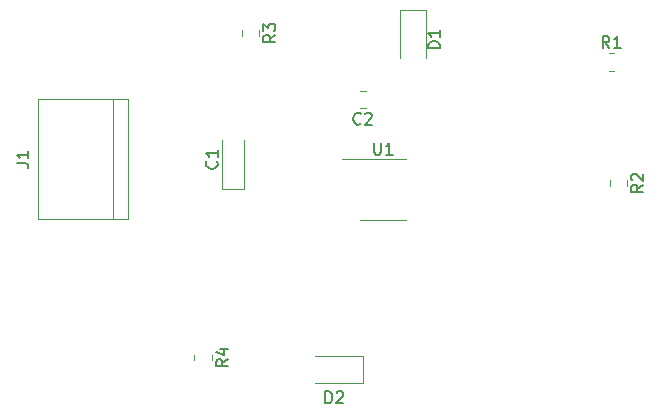
<source format=gbr>
%TF.GenerationSoftware,KiCad,Pcbnew,(6.0.10)*%
%TF.CreationDate,2023-02-17T09:21:36-08:00*%
%TF.ProjectId,Exercise2,45786572-6369-4736-9532-2e6b69636164,rev?*%
%TF.SameCoordinates,Original*%
%TF.FileFunction,Legend,Top*%
%TF.FilePolarity,Positive*%
%FSLAX46Y46*%
G04 Gerber Fmt 4.6, Leading zero omitted, Abs format (unit mm)*
G04 Created by KiCad (PCBNEW (6.0.10)) date 2023-02-17 09:21:36*
%MOMM*%
%LPD*%
G01*
G04 APERTURE LIST*
%ADD10C,0.150000*%
%ADD11C,0.120000*%
G04 APERTURE END LIST*
D10*
%TO.C,C2*%
X112408333Y-75697142D02*
X112360714Y-75744761D01*
X112217857Y-75792380D01*
X112122619Y-75792380D01*
X111979761Y-75744761D01*
X111884523Y-75649523D01*
X111836904Y-75554285D01*
X111789285Y-75363809D01*
X111789285Y-75220952D01*
X111836904Y-75030476D01*
X111884523Y-74935238D01*
X111979761Y-74840000D01*
X112122619Y-74792380D01*
X112217857Y-74792380D01*
X112360714Y-74840000D01*
X112408333Y-74887619D01*
X112789285Y-74887619D02*
X112836904Y-74840000D01*
X112932142Y-74792380D01*
X113170238Y-74792380D01*
X113265476Y-74840000D01*
X113313095Y-74887619D01*
X113360714Y-74982857D01*
X113360714Y-75078095D01*
X113313095Y-75220952D01*
X112741666Y-75792380D01*
X113360714Y-75792380D01*
%TO.C,R4*%
X101162380Y-95686666D02*
X100686190Y-96020000D01*
X101162380Y-96258095D02*
X100162380Y-96258095D01*
X100162380Y-95877142D01*
X100210000Y-95781904D01*
X100257619Y-95734285D01*
X100352857Y-95686666D01*
X100495714Y-95686666D01*
X100590952Y-95734285D01*
X100638571Y-95781904D01*
X100686190Y-95877142D01*
X100686190Y-96258095D01*
X100495714Y-94829523D02*
X101162380Y-94829523D01*
X100114761Y-95067619D02*
X100829047Y-95305714D01*
X100829047Y-94686666D01*
%TO.C,U1*%
X113538095Y-77332380D02*
X113538095Y-78141904D01*
X113585714Y-78237142D01*
X113633333Y-78284761D01*
X113728571Y-78332380D01*
X113919047Y-78332380D01*
X114014285Y-78284761D01*
X114061904Y-78237142D01*
X114109523Y-78141904D01*
X114109523Y-77332380D01*
X115109523Y-78332380D02*
X114538095Y-78332380D01*
X114823809Y-78332380D02*
X114823809Y-77332380D01*
X114728571Y-77475238D01*
X114633333Y-77570476D01*
X114538095Y-77618095D01*
%TO.C,R1*%
X133453333Y-69297380D02*
X133120000Y-68821190D01*
X132881904Y-69297380D02*
X132881904Y-68297380D01*
X133262857Y-68297380D01*
X133358095Y-68345000D01*
X133405714Y-68392619D01*
X133453333Y-68487857D01*
X133453333Y-68630714D01*
X133405714Y-68725952D01*
X133358095Y-68773571D01*
X133262857Y-68821190D01*
X132881904Y-68821190D01*
X134405714Y-69297380D02*
X133834285Y-69297380D01*
X134120000Y-69297380D02*
X134120000Y-68297380D01*
X134024761Y-68440238D01*
X133929523Y-68535476D01*
X133834285Y-68583095D01*
%TO.C,J1*%
X83272380Y-79073333D02*
X83986666Y-79073333D01*
X84129523Y-79120952D01*
X84224761Y-79216190D01*
X84272380Y-79359047D01*
X84272380Y-79454285D01*
X84272380Y-78073333D02*
X84272380Y-78644761D01*
X84272380Y-78359047D02*
X83272380Y-78359047D01*
X83415238Y-78454285D01*
X83510476Y-78549523D01*
X83558095Y-78644761D01*
%TO.C,D2*%
X109421904Y-99392380D02*
X109421904Y-98392380D01*
X109660000Y-98392380D01*
X109802857Y-98440000D01*
X109898095Y-98535238D01*
X109945714Y-98630476D01*
X109993333Y-98820952D01*
X109993333Y-98963809D01*
X109945714Y-99154285D01*
X109898095Y-99249523D01*
X109802857Y-99344761D01*
X109660000Y-99392380D01*
X109421904Y-99392380D01*
X110374285Y-98487619D02*
X110421904Y-98440000D01*
X110517142Y-98392380D01*
X110755238Y-98392380D01*
X110850476Y-98440000D01*
X110898095Y-98487619D01*
X110945714Y-98582857D01*
X110945714Y-98678095D01*
X110898095Y-98820952D01*
X110326666Y-99392380D01*
X110945714Y-99392380D01*
%TO.C,R3*%
X105172380Y-68206666D02*
X104696190Y-68540000D01*
X105172380Y-68778095D02*
X104172380Y-68778095D01*
X104172380Y-68397142D01*
X104220000Y-68301904D01*
X104267619Y-68254285D01*
X104362857Y-68206666D01*
X104505714Y-68206666D01*
X104600952Y-68254285D01*
X104648571Y-68301904D01*
X104696190Y-68397142D01*
X104696190Y-68778095D01*
X104172380Y-67873333D02*
X104172380Y-67254285D01*
X104553333Y-67587619D01*
X104553333Y-67444761D01*
X104600952Y-67349523D01*
X104648571Y-67301904D01*
X104743809Y-67254285D01*
X104981904Y-67254285D01*
X105077142Y-67301904D01*
X105124761Y-67349523D01*
X105172380Y-67444761D01*
X105172380Y-67730476D01*
X105124761Y-67825714D01*
X105077142Y-67873333D01*
%TO.C,C1*%
X100207142Y-78906666D02*
X100254761Y-78954285D01*
X100302380Y-79097142D01*
X100302380Y-79192380D01*
X100254761Y-79335238D01*
X100159523Y-79430476D01*
X100064285Y-79478095D01*
X99873809Y-79525714D01*
X99730952Y-79525714D01*
X99540476Y-79478095D01*
X99445238Y-79430476D01*
X99350000Y-79335238D01*
X99302380Y-79192380D01*
X99302380Y-79097142D01*
X99350000Y-78954285D01*
X99397619Y-78906666D01*
X100302380Y-77954285D02*
X100302380Y-78525714D01*
X100302380Y-78240000D02*
X99302380Y-78240000D01*
X99445238Y-78335238D01*
X99540476Y-78430476D01*
X99588095Y-78525714D01*
%TO.C,D1*%
X119112380Y-69318095D02*
X118112380Y-69318095D01*
X118112380Y-69080000D01*
X118160000Y-68937142D01*
X118255238Y-68841904D01*
X118350476Y-68794285D01*
X118540952Y-68746666D01*
X118683809Y-68746666D01*
X118874285Y-68794285D01*
X118969523Y-68841904D01*
X119064761Y-68937142D01*
X119112380Y-69080000D01*
X119112380Y-69318095D01*
X119112380Y-67794285D02*
X119112380Y-68365714D01*
X119112380Y-68080000D02*
X118112380Y-68080000D01*
X118255238Y-68175238D01*
X118350476Y-68270476D01*
X118398095Y-68365714D01*
%TO.C,R2*%
X136312380Y-80906666D02*
X135836190Y-81240000D01*
X136312380Y-81478095D02*
X135312380Y-81478095D01*
X135312380Y-81097142D01*
X135360000Y-81001904D01*
X135407619Y-80954285D01*
X135502857Y-80906666D01*
X135645714Y-80906666D01*
X135740952Y-80954285D01*
X135788571Y-81001904D01*
X135836190Y-81097142D01*
X135836190Y-81478095D01*
X135407619Y-80525714D02*
X135360000Y-80478095D01*
X135312380Y-80382857D01*
X135312380Y-80144761D01*
X135360000Y-80049523D01*
X135407619Y-80001904D01*
X135502857Y-79954285D01*
X135598095Y-79954285D01*
X135740952Y-80001904D01*
X136312380Y-80573333D01*
X136312380Y-79954285D01*
D11*
%TO.C,C2*%
X112836252Y-72925000D02*
X112313748Y-72925000D01*
X112836252Y-74395000D02*
X112313748Y-74395000D01*
%TO.C,R4*%
X99795000Y-95292936D02*
X99795000Y-95747064D01*
X98325000Y-95292936D02*
X98325000Y-95747064D01*
%TO.C,U1*%
X114300000Y-83840000D02*
X112350000Y-83840000D01*
X114300000Y-78720000D02*
X110850000Y-78720000D01*
X114300000Y-78720000D02*
X116250000Y-78720000D01*
X114300000Y-83840000D02*
X116250000Y-83840000D01*
%TO.C,R1*%
X133392936Y-71230000D02*
X133847064Y-71230000D01*
X133392936Y-69760000D02*
X133847064Y-69760000D01*
%TO.C,J1*%
X91440000Y-73660000D02*
X91440000Y-83820000D01*
X92710000Y-83820000D02*
X92710000Y-73660000D01*
X92710000Y-73660000D02*
X85090000Y-73660000D01*
X85090000Y-83820000D02*
X92710000Y-83820000D01*
X85090000Y-73660000D02*
X85090000Y-83820000D01*
%TO.C,D2*%
X108560000Y-97655000D02*
X112620000Y-97655000D01*
X112620000Y-95385000D02*
X108560000Y-95385000D01*
X112620000Y-97655000D02*
X112620000Y-95385000D01*
%TO.C,R3*%
X103805000Y-67812936D02*
X103805000Y-68267064D01*
X102335000Y-67812936D02*
X102335000Y-68267064D01*
%TO.C,C1*%
X100665000Y-81225000D02*
X102535000Y-81225000D01*
X100665000Y-77140000D02*
X100665000Y-81225000D01*
X102535000Y-81225000D02*
X102535000Y-77140000D01*
%TO.C,D1*%
X115705000Y-66120000D02*
X115705000Y-70180000D01*
X117975000Y-70180000D02*
X117975000Y-66120000D01*
X117975000Y-66120000D02*
X115705000Y-66120000D01*
%TO.C,R2*%
X133475000Y-80512936D02*
X133475000Y-80967064D01*
X134945000Y-80512936D02*
X134945000Y-80967064D01*
%TD*%
M02*

</source>
